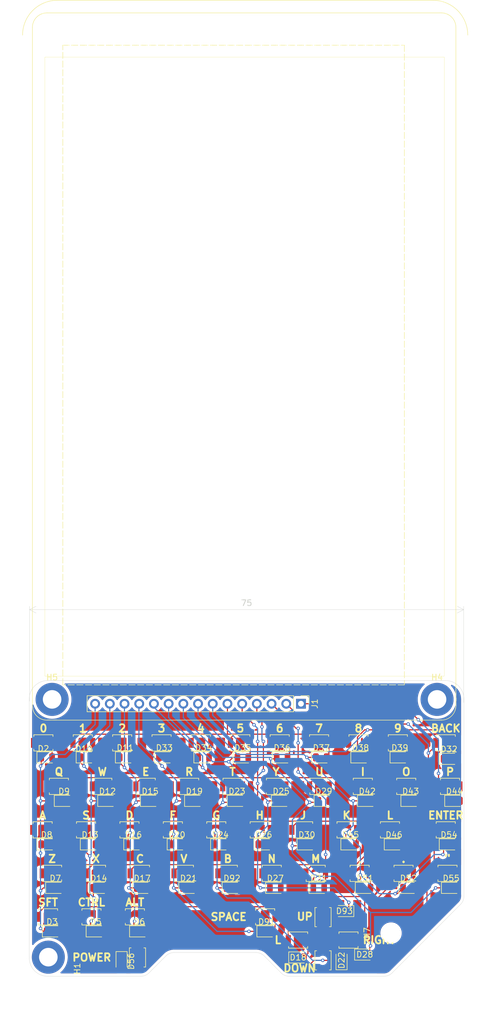
<source format=kicad_pcb>
(kicad_pcb (version 20241229) (generator "pcbnew") (generator_version "9.0")
  (layers (0 "F.Cu" signal) (2 "B.Cu" signal) (13 "F.Paste" user) (15 "B.Paste" user) (5 "F.SilkS" user "F.Silkscreen") (7 "B.SilkS" user "B.Silkscreen") (1 "F.Mask" user) (3 "B.Mask" user) (25 "Edge.Cuts" user))
  (net 0 "")
  (net 1 "COL1")
  (net 2 "Net-(D2-A)")
  (net 3 "Net-(D3-A)")
  (net 4 "Net-(D5-A)")
  (net 5 "COL2")
  (net 6 "Net-(D6-A)")
  (net 7 "Net-(D7-A)")
  (net 8 "Net-(D8-A)")
  (net 9 "Net-(D9-A)")
  (net 10 "Net-(D10-A)")
  (net 11 "COL3")
  (net 12 "Net-(D11-A)")
  (net 13 "Net-(D12-A)")
  (net 14 "Net-(D13-A)")
  (net 15 "Net-(D14-A)")
  (net 16 "Net-(D15-A)")
  (net 17 "COL4")
  (net 18 "Net-(D16-A)")
  (net 19 "Net-(D17-A)")
  (net 20 "Net-(D18-A)")
  (net 21 "COL5")
  (net 22 "Net-(D19-A)")
  (net 23 "Net-(D20-A)")
  (net 24 "Net-(D21-A)")
  (net 25 "Net-(D22-A)")
  (net 26 "Net-(D23-A)")
  (net 27 "COL6")
  (net 28 "Net-(D24-A)")
  (net 29 "Net-(D25-A)")
  (net 30 "COL7")
  (net 31 "Net-(D26-A)")
  (net 32 "Net-(D27-A)")
  (net 33 "COL8")
  (net 34 "Net-(D29-A)")
  (net 35 "Net-(D30-A)")
  (net 36 "Net-(D31-A)")
  (net 37 "Net-(D32-A)")
  (net 38 "Net-(D33-A)")
  (net 39 "Net-(D34-A)")
  (net 40 "Net-(D35-A)")
  (net 41 "Net-(D36-A)")
  (net 42 "Net-(D37-A)")
  (net 43 "Net-(D38-A)")
  (net 44 "Net-(D39-A)")
  (net 45 "Net-(D42-A)")
  (net 46 "Net-(D43-A)")
  (net 47 "Net-(D44-A)")
  (net 48 "Net-(D45-A)")
  (net 49 "Net-(D46-A)")
  (net 50 "Net-(D51-A)")
  (net 51 "Net-(D52-A)")
  (net 52 "Net-(D54-A)")
  (net 53 "Net-(D55-A)")
  (net 54 "Net-(D56-A)")
  (net 55 "Net-(D91-A)")
  (net 56 "Net-(D92-A)")
  (net 57 "Net-(D93-A)")
  (net 58 "ROW1")
  (net 59 "ROW5")
  (net 60 "ROW2")
  (net 61 "ROW3")
  (net 62 "ROW4")
  (net 63 "ROW6")
  (net 64 "COL9")
  (net 65 "Net-(D28-K)")
  (footprint "Diode_SMD:D_0805_2012Metric" (layer "F.Cu") (at 158.479166 81.75)
    (property "Reference" "D36")
    (property "Value" "SS24")
  )
  (footprint "USB4105-GF-A (1):SW_SPST_B3U-1000P_MovedText" (layer "F.Cu") (at 165.549999 109.299999 -90)
    (property "Reference" "SWe88")
    (property "Value" "UP")
  )
  (footprint "Diode_SMD:D_0805_2012Metric" (layer "F.Cu") (at 178.812499 81.75)
    (property "Reference" "D39")
    (property "Value" "SS24")
  )
  (footprint "Diode_SMD:D_0805_2012Metric" (layer "F.Cu") (at 140.312499 96.75)
    (property "Reference" "D20")
    (property "Value" "SS24")
  )
  (footprint "Diode_SMD:D_0805_2012Metric" (layer "F.Cu") (at 180.312499 104.25)
    (property "Reference" "D52")
    (property "Value" "SS24")
  )
  (footprint "Diode_SMD:D_0805_2012Metric" (layer "F.Cu") (at 131.368055 81.75)
    (property "Reference" "D11")
    (property "Value" "SS24")
  )
  (footprint "USB4105-GF-A (1):SW_SPST_B3U-1000P_MovedText" (layer "F.Cu") (at 164.925001 86.75)
    (property "Reference" "SWe14")
    (property "Value" "U")
  )
  (footprint "USB4105-GF-A (1):SW_SPST_B3U-1000P_MovedText" (layer "F.Cu") (at 141.516667 101.75)
    (property "Reference" "SWe64")
    (property "Value" "V")
  )
  (footprint "Diode_SMD:D_0805_2012Metric" (layer "F.Cu") (at 135.687501 89.25)
    (property "Reference" "D15")
    (property "Value" "SS24")
  )
  (footprint "USB4105-GF-A (1):SW_SPST_B3U-1000P_MovedText" (layer "F.Cu") (at 169.950001 113.25)
    (property "Reference" "SWe7")
    (property "Value" "RIGHT")
  )
  (footprint "USB4105-GF-A (1):SW_SPST_B3U-1000P_MovedText" (layer "F.Cu") (at 187.05 101.75)
    (property "Reference" "Sw555")
    (property "Value" "\"")
  )
  (footprint "USB4105-GF-A (1):SW_SPST_B3U-1000P_MovedText" (layer "F.Cu") (at 125.549999 109.25)
    (property "Reference" "SWe12")
    (property "Value" "CTRL")
  )
  (footprint "Connector_PinHeader_2.54mm:PinHeader_1x15_P2.54mm_Vertical" (layer "F.Cu") (at 161.74 72.5 -90)
    (property "Reference" "J1")
    (property "Value" "Conn_01x15_Pin")
  )
  (footprint "USB4105-GF-A (1):SW_SPST_B3U-1000P_MovedText" (layer "F.Cu") (at 161.25 113.25)
    (property "Reference" "SWe13")
    (property "Value" "L")
  )
  (footprint "Diode_SMD:D_0805_2012Metric" (layer "F.Cu") (at 142.312499 104.25)
    (property "Reference" "D21")
    (property "Value" "SS24")
  )
  (footprint "Diode_SMD:D_0805_2012Metric" (layer "F.Cu") (at 155.312499 96.75)
    (property "Reference" "D26")
    (property "Value" "SS24")
  )
  (footprint "Diode_SMD:D_0805_2012Metric" (layer "F.Cu") (at 180.687501 89.25)
    (property "Reference" "D43")
    (property "Value" "SS24")
  )
  (footprint "Diode_SMD:D_0805_2012Metric" (layer "F.Cu") (at 126.812499 104.25)
    (property "Reference" "D14")
    (property "Value" "SS24")
  )
  (footprint "USB4105-GF-A (1):SW_SPST_B3U-1000P_MovedText" (layer "F.Cu") (at 186.75 94.25)
    (property "Reference" "SWe50")
    (property "Value" "ENTER")
  )
  (footprint "MountingHole:MountingHole_3.2mm_M3_ISO7380_Pad" (layer "F.Cu") (at 118.75 71.75)
    (property "Reference" "H5")
    (property "Value" "MountingHole")
  )
  (footprint "Diode_SMD:D_0805_2012Metric" (layer "F.Cu") (at 134.312499 104.25)
    (property "Reference" "D17")
    (property "Value" "SS24")
  )
  (footprint "USB4105-GF-A (1):SW_SPST_B3U-1000P_MovedText" (layer "F.Cu") (at 169.612498 94.25)
    (property "Reference" "SWe38")
    (property "Value" "K")
  )
  (footprint "Diode_SMD:D_0805_2012Metric" (layer "F.Cu") (at 168.75 116.687501 90)
    (property "Reference" "D22")
    (property "Value" "SS24")
  )
  (footprint "Diode_SMD:D_0805_2012Metric" (layer "F.Cu") (at 157.312499 104.25)
    (property "Reference" "D27")
    (property "Value" "SS24")
  )
  (footprint "MountingHole:MountingHole_3.2mm_M3_ISO7380_Pad" (layer "F.Cu") (at 185.25 71.75)
    (property "Reference" "H4")
    (property "Value" "MountingHole")
  )
  (footprint "Diode_SMD:D_0805_2012Metric" (layer "F.Cu") (at 170.312499 96.75)
    (property "Reference" "D45")
    (property "Value" "SS24")
  )
  (footprint "USB4105-GF-A (1):SW_SPST_B3U-1000P_MovedText" (layer "F.Cu") (at 137.658164 79.25)
    (property "Reference" "SWe20")
    (property "Value" "3")
  )
  (footprint "Diode_SMD:D_0805_2012Metric" (layer "F.Cu") (at 187.687501 104.25)
    (property "Reference" "D55")
    (property "Value" "SS24")
  )
  (footprint "USB4105-GF-A (1):SW_SPST_B3U-1000P_MovedText" (layer "F.Cu") (at 144.460885 79.25)
    (property "Reference" "SWe21")
    (property "Value" "4")
  )
  (footprint "USB4105-GF-A (1):SW_SPST_B3U-1000P_MovedText" (layer "F.Cu") (at 147.112498 94.25)
    (property "Reference" "SWe73")
    (property "Value" "G")
  )
  (footprint "USB4105-GF-A (1):SW_SPST_B3U-1000P_MovedText" (layer "F.Cu") (at 132.112498 94.25)
    (property "Reference" "SWe53")
    (property "Value" "D")
  )
  (footprint "USB4105-GF-A (1):SW_SPST_B3U-1000P_MovedText" (layer "F.Cu") (at 149.105556 101.75)
    (property "Reference" "SWe87")
    (property "Value" "B")
  )
  (footprint "USB4105-GF-A (1):SW_SPST_B3U-1000P_MovedText" (layer "F.Cu") (at 165.549999 116.75 90)
    (property "Reference" "SWe2")
    (property "Value" "DOWN")
  )
  (footprint "Diode_SMD:D_0805_2012Metric" (layer "F.Cu") (at 117.812499 96.75)
    (property "Reference" "D8")
    (property "Value" "SS24")
  )
  (footprint "MountingHole:MountingHole_3.2mm_M3_ISO7380_Pad" (layer "F.Cu") (at 118.1 116.2 90)
    (property "Reference" "H1")
    (property "Value" "MountingHole")
  )
  (footprint "USB4105-GF-A (1):SW_SPST_B3U-1000P_MovedText" (layer "F.Cu") (at 117.112498 94.25)
    (property "Reference" "SWe33")
    (property "Value" "A")
  )
  (footprint "Diode_SMD:D_0805_2012Metric" (layer "F.Cu") (at 132.812499 96.75)
    (property "Reference" "D16")
    (property "Value" "SS24")
  )
  (footprint "USB4105-GF-A (1):SW_SPST_B3U-1000P_MovedText" (layer "F.Cu") (at 142.425001 86.75)
    (property "Reference" "SWe62")
    (property "Value" "R")
  )
  (footprint "USB4105-GF-A (1):SW_SPST_B3U-1000P_MovedText" (layer "F.Cu") (at 171.67177 79.25)
    (property "Reference" "SWe28")
    (property "Value" "8")
  )
  (footprint "USB4105-GF-A (1):SW_SPST_B3U-1000P_MovedText" (layer "F.Cu") (at 164.869049 79.25)
    (property "Reference" "SWe27")
    (property "Value" "7")
  )
  (footprint "USB4105-GF-A (1):SW_SPST_B3U-1000P_MovedText" (layer "F.Cu") (at 178.474491 79.25)
    (property "Reference" "SWe29")
    (property "Value" "9")
  )
  (footprint "USB4105-GF-A (1):SW_SPST_B3U-1000P_MovedText" (layer "F.Cu") (at 118.75 101.75)
    (property "Reference" "SWe34")
    (property "Value" "Z")
  )
  (footprint "Diode_SMD:D_0805_2012Metric" (layer "F.Cu") (at 158.312499 89.25)
    (property "Reference" "D25")
    (property "Value" "SS24")
  )
  (footprint "Diode_SMD:D_0805_2012Metric" (layer "F.Cu") (at 118.75 111.75)
    (property "Reference" "D3")
    (property "Value" "SS24")
  )
  (footprint "Diode_SMD:D_0805_2012Metric" (layer "F.Cu") (at 155.812499 111.75)
    (property "Reference" "D91")
    (property "Value" "SS24")
  )
  (footprint "USB4105-GF-A (1):SW_SPST_B3U-1000P_MovedText" (layer "F.Cu") (at 157.425001 86.75)
    (property "Reference" "SWe4")
    (property "Value" "Y")
  )
  (footprint "Diode_SMD:D_0805_2012Metric" (layer "F.Cu") (at 130.75 116.92167 -90)
    (property "Reference" "D56")
    (property "Value" "SS24")
  )
  (footprint "USB4105-GF-A (1):SW_SPST_B3U-1000P_MovedText" (layer "F.Cu") (at 158.066327 79.25)
    (property "Reference" "SWe26")
    (property "Value" "6")
  )
  (footprint "Diode_SMD:D_0805_2012Metric" (layer "F.Cu") (at 161.312499 116.25)
    (property "Reference" "D18")
    (property "Value" "SS24")
  )
  (footprint "USB4105-GF-A (1):SW_SPST_B3U-1000P_MovedText" (layer "F.Cu") (at 139.612498 94.25)
    (property "Reference" "SWe63")
    (property "Value" "F")
  )
  (footprint "USB4105-GF-A (1):SW_SPST_B3U-1000P_MovedText" (layer "F.Cu") (at 126.338889 101.75)
    (property "Reference" "SWe44")
    (property "Value" "X")
  )
  (footprint "Diode_SMD:D_0805_2012Metric" (layer "F.Cu") (at 150.687501 89.25)
    (property "Reference" "D23")
    (property "Value" "SS24")
  )
  (footprint "USB4105-GF-A (1):SW_SPST_B3U-1000P_MovedText" (layer "F.Cu") (at 162.112498 94.25)
    (property "Reference" "SWe15")
    (property "Value" "J")
  )
  (footprint "USB4105-GF-A (1):SW_SPST_B3U-1000P_MovedText" (layer "F.Cu") (at 127.425001 86.75)
    (property "Reference" "SWe42")
    (property "Value" "W")
  )
  (footprint "USB4105-GF-A (1):SW_SPST_B3U-1000P_MovedText" (layer "F.Cu") (at 151.263606 79.25)
    (property "Reference" "SWe25")
    (property "Value" "5")
  )
  (footprint "Diode_SMD:D_0805_2012Metric" (layer "F.Cu") (at 149.8125 104.25)
    (property "Reference" "D92")
    (property "Value" "SS24")
  )
  (footprint "Diode_SMD:D_0805_2012Metric" (layer "F.Cu") (at 126.312499 111.75)
    (property "Reference" "D5")
    (property "Value" "SS24")
  )
  (footprint "Diode_SMD:D_0805_2012Metric" (layer "F.Cu") (at 147.812499 96.75)
    (property "Reference" "D24")
    (property "Value" "SS24")
  )
  (footprint "Diode_SMD:D_0805_2012Metric" (layer "F.Cu") (at 169.187501 108.25 180)
    (property "Reference" "D93")
    (property "Value" "SS24")
  )
  (footprint "USB4105-GF-A (1):SW_SPST_B3U-1000P_MovedText" (layer "F.Cu") (at 134.925001 86.75)
    (property "Reference" "SWe52")
    (property "Value" "E")
  )
  (footprint "USB4105-GF-A (1):SW_SPST_B3U-1000P_MovedText" (layer "F.Cu") (at 133.049999 109.25)
    (property "Reference" "SWe3")
    (property "Value" "ALT")
  )
  (footprint "Diode_SMD:D_0805_2012Metric" (layer "F.Cu") (at 187.312499 82)
    (property "Reference" "D32")
    (property "Value" "SS24")
  )
  (footprint "Diode_SMD:D_0805_2012Metric" (layer "F.Cu") (at 172.034721 81.75)
    (property "Reference" "D38")
    (property "Value" "SS24")
  )
  (footprint "Diode_SMD:D_0805_2012Metric" (layer "F.Cu") (at 125.312499 96.75)
    (property "Reference" "D13")
    (property "Value" "SS24")
  )
  (footprint "USB4105-GF-A (1):SW_SPST_B3U-1000P_MovedText" (layer "F.Cu") (at 179.461111 101.75)
    (property "Reference" "SWe48")
    (property "Value" ".")
  )
  (footprint "Diode_SMD:D_0805_2012Metric" (layer "F.Cu") (at 162.75 96.75)
    (property "Reference" "D30")
    (property "Value" "SS24")
  )
  (footprint "Diode_SMD:D_0805_2012Metric" (layer "F.Cu") (at 120.812499 89.25)
    (property "Reference" "D9")
    (property "Value" "SS24")
  )
  (footprint "Diode_SMD:D_0805_2012Metric" (layer "F.Cu") (at 144.92361 81.75)
    (property "Reference" "D34")
    (property "Value" "SS24")
  )
  (footprint "Diode_SMD:D_0805_2012Metric" (layer "F.Cu") (at 124.590277 81.75)
    (property "Reference" "D10")
    (property "Value" "SS24")
  )
  (footprint "USB4105-GF-A (1):SW_SPST_B3U-1000P_MovedText" (layer "F.Cu") (at 133.5 116.25 -90)
    (property "Reference" "SWe55")
    (property "Value" "POWER")
  )
  (footprint "USB4105-GF-A (1):SW_SPST_B3U-1000P_MovedText" (layer "F.Cu") (at 133.927778 101.75)
    (property "Reference" "SWe54")
    (property "Value" "C")
  )
  (footprint "Diode_SMD:D_0805_2012Metric" (layer "F.Cu") (at 133.812499 111.75)
    (property "Reference" "D6")
    (property "Value" "SS24")
  )
  (footprint "USB4105-GF-A (1):SW_SPST_B3U-1000P_MovedText" (layer "F.Cu") (at 177.112498 94.25)
    (property "Reference" "SWe39")
    (property "Value" "L")
  )
  (footprint "USB4105-GF-A (1):SW_SPST_B3U-1000P_MovedText" (layer "F.Cu") (at 149.925001 86.75)
    (property "Reference" "SWe72")
    (property "Value" "T")
  )
  (footprint "USB4105-GF-A (1):SW_SPST_B3U-1000P_MovedText" (layer "F.Cu") (at 164.283333 101.75)
    (property "Reference" "SWe16")
    (property "Value" "M")
  )
  (footprint "Diode_SMD:D_0805_2012Metric" (layer "F.Cu") (at 151.701388 81.75)
    (property "Reference" "D35")
    (property "Value" "SS24")
  )
  (footprint "USB4105-GF-A (1):SW_SPST_B3U-1000P_MovedText" (layer "F.Cu") (at 171.872222 101.75)
    (property "Reference" "SWe47")
    (property "Value" ",")
  )
  (footprint "USB4105-GF-A (1):SW_SPST_B3U-1000P_MovedText" (layer "F.Cu") (at 155.549999 109.25)
    (property "Reference" "SWe86")
    (property "Value" "SPACE")
  )
  (footprint "Diode_SMD:D_0805_2012Metric" (layer "F.Cu") (at 172.687501 115.75)
    (property "Reference" "D28")
    (property "Value" "SS24")
  )
  (footprint "USB4105-GF-A (1):SW_SPST_B3U-1000P_MovedText" (layer "F.Cu") (at 154.612498 94.25)
    (property "Reference" "SWe5")
    (property "Value" "H")
  )
  (footprint "Diode_SMD:D_0805_2012Metric" (layer "F.Cu") (at 173.187501 89.25)
    (property "Reference" "D42")
    (property "Value" "SS24")
  )
  (footprint "Diode_SMD:D_0805_2012Metric" (layer "F.Cu") (at 117.812499 81.75)
    (property "Reference" "D2")
    (property "Value" "SS24")
  )
  (footprint "Diode_SMD:D_0805_2012Metric" (layer "F.Cu") (at 188.25 89.25)
    (property "Reference" "D44")
    (property "Value" "SS24")
  )
  (footprint "Diode_SMD:D_0805_2012Metric" (layer "F.Cu") (at 143.312499 89.25)
    (property "Reference" "D19")
    (property "Value" "SS24")
  )
  (footprint "USB4105-GF-A (1):SW_SPST_B3U-1000P_MovedText" (layer "F.Cu") (at 117.25 79.25)
    (property "Reference" "ESC1")
    (property "Value" "0")
  )
  (footprint "USB4105-GF-A (1):SW_SPST_B3U-1000P_MovedText" (layer "F.Cu") (at 172.425001 86.75)
    (property "Reference" "SWe35")
    (property "Value" "I")
  )
  (footprint "Diode_SMD:D_0805_2012Metric" (layer "F.Cu") (at 165.687501 89.25)
    (property "Reference" "D29")
    (property "Value" "SS24")
  )
  (footprint "USB4105-GF-A (1):SW_SPST_B3U-1000P_MovedText" (layer "F.Cu") (at 119.925001 86.75)
    (property "Reference" "SWe32")
    (property "Value" "Q")
  )
  (footprint "Diode_SMD:D_0805_2012Metric" (layer "F.Cu") (at 164.812499 104.25)
    (property "Reference" "D31")
    (property "Value" "SS24")
  )
  (footprint "USB4105-GF-A (1):SW_SPST_B3U-1000P_MovedText" (layer "F.Cu") (at 124.052721 79.25)
    (property "Reference" "SWe8")
    (property "Value" "1")
  )
  (footprint "USB4105-GF-A (1):SW_SPST_B3U-1000P_MovedText" (layer "F.Cu") (at 156.694444 101.75)
    (property "Reference" "SWe6")
    (property "Value" "N")
  )
  (footprint "Diode_SMD:D_0805_2012Metric" (layer "F.Cu") (at 119.312499 104.25)
    (property "Reference" "D7")
    (property "Value" "SS24")
  )
  (footprint "USB4105-GF-A (1):SW_SPST_B3U-1000P_MovedText" (layer "F.Cu") (at 124.612498 94.25)
    (property "Reference" "SWe43")
    (property "Value" "S")
  )
  (footprint "Diode_SMD:D_0805_2012Metric" (layer "F.Cu") (at 172.812499 104.25)
    (property "Reference" "D51")
    (property "Value" "SS24")
  )
  (footprint "USB4105-GF-A (1):SW_SPST_B3U-1000P_MovedText" (layer "F.Cu") (at 187.4875 86.75)
    (property "Reference" "SWe37")
    (property "Value" "P")
  )
  (footprint "MountingHole:MountingHole_3.2mm_M3" (layer "F.Cu") (at 177.3 112.05 90)
    (property "Reference" "H7")
    (property "Value" "MountingHole")
  )
  (footprint "USB4105-GF-A (1):SW_SPST_B3U-1000P_MovedText" (layer "F.Cu") (at 186.75 79.25)
    (property "Reference" "SWe17")
    (property "Value" "BACK")
  )
  (footprint "Diode_SMD:D_0805_2012Metric" (layer "F.Cu") (at 187.312499 96.75)
    (property "Reference" "D54")
    (property "Value" "SS24")
  )
  (footprint "USB4105-GF-A (1):SW_SPST_B3U-1000P_MovedText" (layer "F.Cu") (at 179.925001 86.75)
    (property "Reference" "SWe36")
    (property "Value" "O")
  )
  (footprint "Diode_SMD:D_0805_2012Metric" (layer "F.Cu") (at 138.145832 81.75)
    (property "Reference" "D33")
    (property "Value" "SS24")
  )
  (footprint "USB4105-GF-A (1):SW_SPST_B3U-1000P_MovedText" (layer "F.Cu") (at 118.049999 109.25)
    (property "Reference" "SWe24")
    (property "Value" "SFT")
  )
  (footprint "Diode_SMD:D_0805_2012Metric" (layer "F.Cu") (at 128.312499 89.25)
    (property "Reference" "D12")
    (property "Value" "SS24")
  )
  (footprint "Diode_SMD:D_0805_2012Metric" (layer "F.Cu") (at 177.812499 96.75)
    (property "Reference" "D46")
    (property "Value" "SS24")
  )
  (footprint "Diode_SMD:D_0805_2012Metric" (layer "F.Cu") (at 165.256943 81.75)
    (property "Reference" "D37")
    (property "Value" "SS24")
  )
  (footprint "USB4105-GF-A (1):SW_SPST_B3U-1000P_MovedText" (layer "F.Cu") (at 130.855442 79.25)
    (property "Reference" "SWe18")
    (property "Value" "2")
  )
  (gr_rect (start 120.6 -41.05) (end 179.6 69.25) (stroke (width 0.1) (type dash)) (fill no) (layer "F.SilkS"))
  (gr_line (start 186 -46.625) (end 117.85 -46.625) (stroke (width 0.1)) (layer "F.SilkS"))
  (gr_arc (start 186 -46.625) (mid 187.767767 -45.892767) (end 188.5 -44.125) (stroke (width 0.1)) (layer "F.SilkS"))
  (gr_line (start 188.5 72.825) (end 188.5 -44.125) (stroke (width 0.1)) (layer "F.SilkS"))
  (gr_line (start 119.65 -48.8) (end 184.55 -48.8) (stroke (width 0.1)) (layer "F.SilkS"))
  (gr_rect (start 117.5 -39) (end 186.5 67.75) (stroke (width 0.05)) (fill no) (layer "F.SilkS"))
  (gr_line (start 117.85 75.325) (end 186 75.325) (stroke (width 0.1)) (layer "F.SilkS"))
  (gr_arc (start 117.85 75.325) (mid 116.082233 74.592767) (end 115.35 72.825) (stroke (width 0.1)) (layer "F.SilkS"))
  (gr_line (start 115.35 -44.125) (end 115.35 72.825) (stroke (width 0.1)) (layer "F.SilkS"))
  (gr_arc (start 188.5 72.825) (mid 187.767767 74.592767) (end 186 75.325) (stroke (width 0.1)) (layer "F.SilkS"))
  (gr_arc (start 115.35 -44.125) (mid 116.082233 -45.892767) (end 117.85 -46.625) (stroke (width 0.1)) (layer "F.SilkS"))
  (gr_arc (start 113.65 -42.8) (mid 115.407359 -47.042641) (end 119.65 -48.8) (stroke (width 0.1)) (layer "F.SilkS"))
  (gr_arc (start 184.55 -48.8) (mid 188.792641 -47.042641) (end 190.55 -42.8) (stroke (width 0.1)) (layer "F.SilkS"))
  (gr_arc (start 135.485786 118.914214) (mid 134.836938 119.34775) (end 134.071573 119.5) (stroke (width 0.05)) (layer "Edge.Cuts"))
  (gr_line (start 114.8 116.3) (end 114.8 71.7) (stroke (width 0.05)) (layer "Edge.Cuts"))
  (gr_arc (start 114.8 71.7) (mid 115.737258 69.437258) (end 118 68.5) (stroke (width 0.05)) (layer "Edge.Cuts"))
  (gr_line (start 138.414213 115.985787) (end 135.485786 118.914214) (stroke (width 0.05)) (layer "Edge.Cuts"))
  (gr_arc (start 189.9 105.671573) (mid 189.747768 106.436946) (end 189.314213 107.085787) (stroke (width 0.05)) (layer "Edge.Cuts"))
  (gr_line (start 118 68.5) (end 186.7 68.5) (stroke (width 0.05)) (layer "Edge.Cuts"))
  (gr_line (start 134.071573 119.5) (end 118 119.5) (stroke (width 0.05)) (layer "Edge.Cuts"))
  (gr_arc (start 153.971573 115.4) (mid 154.736945 115.552232) (end 155.385786 115.985786) (stroke (width 0.05)) (layer "Edge.Cuts"))
  (gr_arc (start 177.485786 118.914214) (mid 176.83694 119.347759) (end 176.071573 119.5) (stroke (width 0.05)) (layer "Edge.Cuts"))
  (gr_line (start 189.314213 107.085787) (end 177.485786 118.914214) (stroke (width 0.05)) (layer "Edge.Cuts"))
  (gr_arc (start 186.7 68.5) (mid 188.962742 69.437258) (end 189.9 71.7) (stroke (width 0.05)) (layer "Edge.Cuts"))
  (gr_line (start 153.971573 115.4) (end 139.828427 115.4) (stroke (width 0.05)) (layer "Edge.Cuts"))
  (gr_arc (start 138.414213 115.985787) (mid 139.06306 115.552241) (end 139.828427 115.4) (stroke (width 0.05)) (layer "Edge.Cuts"))
  (gr_line (start 176.071573 119.5) (end 159.728427 119.5) (stroke (width 0.05)) (layer "Edge.Cuts"))
  (gr_arc (start 118 119.5) (mid 115.737258 118.562742) (end 114.8 116.3) (stroke (width 0.05)) (layer "Edge.Cuts"))
  (gr_arc (start 159.728427 119.5) (mid 158.963054 119.347768) (end 158.314213 118.914213) (stroke (width 0.05)) (layer "Edge.Cuts"))
  (gr_line (start 158.314213 118.914213) (end 155.385786 115.985786) (stroke (width 0.05)) (layer "Edge.Cuts"))
  (gr_line (start 189.9 71.7) (end 189.9 105.671573) (stroke (width 0.05)) (layer "Edge.Cuts"))
  (dimension (type orthogonal) (layer "Edge.Cuts") (pts (xy 189.85 72.8) (xy 114.85 72.55)) (height -16.525) (orientation 0) (format (prefix "") (suffix "") (units 3) (units_format 0) (precision 4) (suppress_zeroes yes)) (style (thickness 0.05) (arrow_length 1.27) (text_position_mode 0) (arrow_direction outward) (extension_height 0.58642) (extension_offset 0.5) (keep_text_aligned yes)) (gr_text "75" (at 152.35 55.125 0) (layer "Edge.Cuts") (effects (font (size 1 1) (thickness 0.15)))))
  (segment (start 116.874998 96.75) (end 116.75 96.874998) (width 0.2) (layer "F.Cu") (net 1))
  (segment (start 119.874998 89.25) (end 116.75 89.25) (width 0.2) (layer "F.Cu") (net 1))
  (segment (start 117.812499 111.75) (end 117.25 111.75) (width 0.2) (layer "F.Cu") (net 1))
  (segment (start 118.374998 104.25) (end 117.25 104.25) (width 0.2) (layer "F.Cu") (net 1))
  (segment (start 116.874998 81.75) (end 116.874998 83.125002) (width 0.2) (layer "F.Cu") (net 1))
  (segment (start 116.75 96.874998) (end 116.75 98.25) (width 0.2) (layer "F.Cu") (net 1))
  (segment (start 116.874998 83.125002) (end 116.75 83.25) (width 0.2) (layer "F.Cu") (net 1))
  (segment (start 117.25 111.75) (end 116.75 111.25) (width 0.2) (layer "F.Cu") (net 1))
  (segment (start 117.25 104.25) (end 116.75 104.75) (width 0.2) (layer "F.Cu") (net 1))
  (via (at 116.75 89.25) (size 0.6) (drill 0.3) (layers "F.Cu" "B.Cu") (net 1))
  (via (at 116.75 83.25) (size 0.6) (drill 0.3) (layers "F.Cu" "B.Cu") (net 1))
  (via (at 116.75 98.25) (size 0.6) (drill 0.3) (layers "F.Cu" "B.Cu") (net 1))
  (via (at 116.75 111.25) (size 0.6) (drill 0.3) (layers "F.Cu" "B.Cu") (net 1))
  (via (at 116.75 104.75) (size 0.6) (drill 0.3) (layers "F.Cu" "B.Cu") (net 1))
  (segment (start 118.75 81.25) (end 121 81.25) (width 0.2) (layer "B.Cu") (net 1))
  (segment (start 116.75 83.25) (end 116.75 111.25) (width 0.2) (layer "B.Cu") (net 1))
  (segment (start 126.18 76.07) (end 126.18 72.5) (width 0.2) (layer "B.Cu") (net 1))
  (segment (start 116.75 83.25) (end 118.75 81.25) (width 0.2) (layer "B.Cu") (net 1))
  (segment (start 121 81.25) (end 126.18 76.07) (width 0.2) (layer "B.Cu") (net 1))
  (segment (start 118.75 81.75) (end 118.75 79.45) (width 0.2) (layer "F.Cu") (net 2))
  (segment (start 118.75 79.45) (end 118.95 79.25) (width 0.2) (layer "F.Cu") (net 2))
  (segment (start 119.687501 109.312498) (end 119.749999 109.25) (width 0.2) (layer "F.Cu") (net 3))
  (segment (start 119.687501 111.75) (end 119.687501 109.312498) (width 0.2) (layer "F.Cu") (net 3))
  (segment (start 127.249999 111.749999) (end 127.25 111.75) (width 0.2) (layer "F.Cu") (net 4))
  (segment (start 127.249999 109.25) (end 127.249999 111.749999) (width 0.2) (layer "F.Cu") (net 4))
  (segment (start 125.374998 110.125002) (end 125.5 110) (width 0.2) (layer "F.Cu") (net 5))
  (segment (start 125.874998 105.874998) (end 126 106) (width 0.2) (layer "F.Cu") (net 5))
  (segment (start 123.652776 82.652776) (end 124.25 83.25) (width 0.2) (layer "F.Cu") (net 5))
  (segment (start 125.874998 104.25) (end 125.874998 105.874998) (width 0.2) (layer "F.Cu") (net 5))
  (segment (start 125.374998 111.75) (end 125.374998 110.125002) (width 0.2) (layer "F.Cu") (net 5))
  (segment (start 123.652776 81.75) (end 123.652776 82.652776) (width 0.2) (layer "F.Cu") (net 5))
  (segment (start 124.374998 96.75) (end 124.374998 97.874998) (width 0.2) (layer "F.Cu") (net 5))
  (segment (start 127.374998 89.25) (end 125.5 89.25) (width 0.2) (layer "F.Cu") (net 5))
  (segment (start 124.374998 97.874998) (end 125.25 98.75) (width 0.2) (layer "F.Cu") (net 5))
  (via (at 126 106) (size 0.6) (drill 0.3) (layers "F.Cu" "B.Cu") (net 5))
  (via (at 124.25 83.25) (size 0.6) (drill 0.3) (layers "F.Cu" "B.Cu") (net 5))
  (via (at 125.5 89.25) (size 0.6) (drill 0.3) (layers "F.Cu" "B.Cu") (net 5))
  (via (at 125.25 98.75) (size 0.6) (drill 0.3) (layers "F.Cu" "B.Cu") (net 5))
  (via (at 125.5 110) (size 0.6) (drill 0.3) (layers "F.Cu" "B.Cu") (net 5))
  (segment (start 125.25 105.25) (end 126 106) (width 0.2) (layer "B.Cu") (net 5))
  (segment (start 125.5 98.5) (end 125.25 98.75) (width 0.2) (layer "B.Cu") (net 5))
  (segment (start 128.72 76.28) (end 128.72 72.5) (width 0.2) (layer "B.Cu") (net 5))
  (segment (start 124.25 83.25) (end 124.25 80.75) (width 0.2) (layer "B.Cu") (net 5))
  (segment (start 126 106) (end 126 109.5) (width 0.2) (layer "B.Cu") (net 5))
  (segment (start 125.5 84.5) (end 125.5 89.25) (width 0.2) (layer "B.Cu") (net 5))
  (segment (start 124.25 83.25) (end 125.5 84.5) (width 0.2) (layer "B.Cu") (net 5))
  (segment (start 125.25 98.75) (end 125.25 105.25) (width 0.2) (layer "B.Cu") (net 5))
  (segment (start 125.5 89.25) (end 125.5 98.5) (width 0.2) (layer "B.Cu") (net 5))
  (segment (start 126 109.5) (end 125.5 110) (width 0.2) (layer "B.Cu") (net 5))
  (segment (start 124.25 80.75) (end 128.72 76.28) (width 0.2) (layer "B.Cu") (net 5))
  (segment (start 134.75 111.75) (end 134.75 109.250001) (width 0.2) (layer "F.Cu") (net 6))
  (segment (start 134.75 109.250001) (end 134.749999 109.25) (width 0.2) (layer "F.Cu") (net 6))
  (segment (start 120.45 101.75) (end 120.45 104.05) (width 0.2) (layer "F.Cu") (net 7))
  (segment (start 120.45 104.05) (end 120.25 104.25) (width 0.2) (layer "F.Cu") (net 7))
  (segment (start 119.14191 96.35809) (end 118.75 96.75) (width 0.2) (layer "F.Cu") (net 8))
  (segment (start 119.14191 94.25) (end 119.14191 96.35809) (width 0.2) (layer "F.Cu") (net 8))
  (segment (start 121.75 86.874999) (end 121.625001 86.75) (width 0.2) (layer "F.Cu") (net 9))
  (segment (start 121.75 89.25) (end 121.75 86.874999) (width 0.2) (layer "F.Cu") (net 9))
  (segment (start 125.527778 81.75) (end 125.527778 79.474943) (width 0.2) (layer "F.Cu") (net 10))
  (segment (start 125.527778 79.474943) (end 125.752721 79.25) (width 0.2) (layer "F.Cu") (net 10))
  (segment (start 130.75 113.874998) (end 132.874998 111.75) (width 0.2) (layer "F.Cu") (net 11))
  (segment (start 131.874998 96.75) (end 131.874998 95.125002) (width 0.2) (layer "F.Cu") (net 11))
  (segment (start 132.874998 111.75) (end 132.874998 110.125002) (width 0.2) (layer "F.Cu") (net 11))
  (segment (start 130.430554 81.75) (end 130.430554 82.680554) (width 0.2) (layer "F.Cu") (net 11))
  (segment (start 130.430554 82.680554) (end 131.25 83.5) (width 0.2) (layer "F.Cu") (net 11))
  (segment (start 132.874998 110.125002) (end 133 110) (width 0.2) (layer "F.Cu") (net 11))
  (segment (start 133.374998 104.25) (end 132 104.25) (width 0.2) (layer "F.Cu") (net 11))
  (segment (start 131.874998 95.125002) (end 132.25 94.75) (width 0.2) (layer "F.Cu") (net 11))
  (segment (start 130.75 116) (end 130.75 113.874998) (width 0.2) (layer "F.Cu") (net 11))
  (segment (start 133.5 89.25) (end 133.25 89.5) (width 0.2) (layer "F.Cu") (net 11))
  (segment (start 134.75 89.25) (end 133.5 89.25) (width 0.2) (layer "F.Cu") (net 11))
  (via (at 131.25 83.5) (size 0.6) (drill 0.3) (layers "F.Cu" "B.Cu") (net 11))
  (via (at 133 110) (size 0.6) (drill 0.3) (layers "F.Cu" "B.Cu") (net 11))
  (via (at 132 104.25) (size 0.6) (drill 0.3) (layers "F.Cu" "B.Cu") (net 11))
  (via (at 133.25 89.5) (size 0.6) (drill 0.3) (layers "F.Cu" "B.Cu") (net 11))
  (via (at 132.25 94.75) (size 0.6) (drill 0.3) (layers "F.Cu" "B.Cu") (net 11))
  (segment (start 133.25 85.5) (end 133.25 89.5) (width 0.2) (layer "B.Cu") (net 11))
  (segment (start 132.25 90.5) (end 132.25 94.75) (width 0.2) (layer "B.Cu") (net 11))
  (segment (start 133 105.25) (end 133 110) (width 0.2) (layer "B.Cu") (net 11))
  (segment (start 133.25 89.5) (end 132.25 90.5) (width 0.2) (layer "B.Cu") (net 11))
  (segment (start 132.25 104) (end 132 104.25) (width 0.2) (layer "B.Cu") (net 11))
  (segment (start 131.25 83.5) (end 133.25 85.5) (width 0.2) (layer "B.Cu") (net 11))
  (segment (start 132 104.25) (end 133 105.25) (width 0.2) (layer "B.Cu") (net 11))
  (segment (start 131.25 83.5) (end 131.25 72.51) (width 0.2) (layer "B.Cu") (net 11))
  (segment (start 131.25 72.51) (end 131.26 72.5) (width 0.2) (layer "B.Cu") (net 11))
  (segment (start 132.25 94.75) (end 132.25 104) (width 0.2) (layer "B.Cu") (net 11))
  (segment (start 132.555442 81.500114) (end 132.305556 81.75) (width 0.2) (layer "F.Cu") (net 12))
  (segment (start 132.555442 79.25) (end 132.555442 81.500114) (width 0.2) (layer "F.Cu") (net 12))
  (segment (start 129.25 86.874999) (end 129.125001 86.75) (width 0.2) (layer "F.Cu") (net 13))
  (segment (start 129.25 89.25) (end 129.25 86.874999) (width 0.2) (layer "F.Cu") (net 13))
  (segment (start 126.600733 96.399267) (end 126.600733 94.25) (width 0.2) (layer "F.Cu") (net 14))
  (segment (start 126.25 96.75) (end 126.600733 96.399267) (width 0.2) (layer "F.Cu") (net 14))
  (segment (start 128.038889 103.961111) (end 127.75 104.25) (width 0.2) (layer "F.Cu") (net 15))
  (segment (start 128.038889 101.75) (end 128.038889 103.961111) (width 0.2) (layer "F.Cu") (net 15))
  (segment (start 136.625001 89.249999) (end 136.625002 89.25) (width 0.2) (layer "F.Cu") (net 16))
  (segment (start 136.625001 86.75) (end 136.625001 89.249999) (width 0.2) (layer "F.Cu") (net 16))
  (segment (start 137.208331 81.75) (end 137.208331 82.708331) (width 0.2) (layer "F.Cu") (net 17))
  (segment (start 152.75 111.75) (end 154.874998 111.75) (width 0.2) (layer "F.Cu") (net 17))
  (segment (start 141.374998 104.25) (end 139.75 104.25) (width 0.2) (layer "F.Cu") (net 17))
  (segment (start 137.208331 82.708331) (end 137.75 83.25) (width 0.2) (layer "F.Cu") (net 17))
  (segment (start 139.374998 96.75) (end 139.374998 95.375002) (width 0.2) (layer "F.Cu") (net 17))
  (segment (start 142.374998 89.25) (end 140.25 89.25) (width 0.2) (layer "F.Cu") (net 17))
  (segment (start 139.374998 95.375002) (end 139.75 95) (width 0.2) (layer "F.Cu") (net 17))
  (via (at 137.75 83.25) (size 0.6) (drill 0.3) (layers "F.Cu" "B.Cu") (net 17))
  (via (at 140.25 89.25) (size 0.6) (drill 0.3) (layers "F.Cu" "B.Cu") (net 17))
  (via (at 139.75 95) (size 0.6) (drill 0.3) (layers "F.Cu" "B.Cu") (net 17))
  (via (at 152.75 111.75) (size 0.6) (drill 0.3) (layers "F.Cu" "B.Cu") (net 17))
  (via (at 139.75 104.25) (size 0.6) (drill 0.3) (layers "F.Cu" "B.Cu") (net 17))
  (segment (start 139.75 95) (end 139.75 89.75) (width 0.2) (layer "B.Cu") (net 17))
  (segment (start 147.25 111.75) (end 152.75 111.75) (width 0.2) (layer "B.Cu") (net 17))
  (segment (start 139.75 104.25) (end 147.25 111.75) (width 0.2) (layer "B.Cu") (net 17))
  (segment (start 137.75 83.25) (end 137.75 83.125) (width 0.2) (layer "B.Cu") (net 17))
  (segment (start 139.75 104.25) (end 139.75 95) (width 0.2) (layer "B.Cu") (net 17))
  (segment (start 133.75 79.125) (end 133.75 72.550001) (width 0.2) (layer "B.Cu") (net 17))
  (segment (start 140.25 85.75) (end 137.75 83.25) (width 0.2) (layer "B.Cu") (net 17))
  (segment (start 139.75 89.75) (end 140.25 89.25) (width 0.2) (layer "B.Cu") (net 17))
  (segment (start 137.75 83.125) (end 133.75 79.125) (width 0.2) (layer "B.Cu") (net 17))
  (segment (start 133.75 72.550001) (end 133.800001 72.5) (width 0.2) (layer "B.Cu") (net 17))
  (segment (start 140.25 89.25) (end 140.25 85.75) (width 0.2) (layer "B.Cu") (net 17))
  (segment (start 134.059557 94.25) (end 134.059557 96.440443) (width 0.2) (layer "F.Cu") (net 18))
  (segment (start 134.059557 96.440443) (end 133.75 96.75) (width 0.2) (layer "F.Cu") (net 18))
  (segment (start 135.627778 103.872222) (end 135.25 104.25) (width 0.2) (layer "F.Cu") (net 19))
  (segment (start 135.627778 101.75) (end 135.627778 103.872222) (width 0.2) (layer "F.Cu") (net 19))
  (segment (start 162.95 115.55) (end 162.25 116.25) (width 0.2) (layer "F.Cu") (net 20))
  (segment (start 162.95 113.25) (end 162.95 115.55) (width 0.2) (layer "F.Cu") (net 20))
  (segment (start 167.625002 117.625002) (end 168.75 117.625002) (width 0.2) (layer "F.Cu") (net 21))
  (segment (start 146.874998 94.875002) (end 147 94.75) (width 0.2) (layer "F.Cu") (net 21))
  (segment (start 146.874998 96.75) (end 146.874998 94.875002) (width 0.2) (layer "F.Cu") (net 21))
  (segment (start 161 118) (end 160.374998 117.374998) (width 0.2) (layer "F.Cu") (net 21))
  (segment (start 148.25 89.5) (end 149.5 89.5) (width 0.2) (layer "F.Cu") (net 21))
  (segment (start 165.5 116.75) (end 166.75 116.75) (width 0.2) (layer "F.Cu") (net 21))
  (segment (start 149.5 89.5) (end 149.75 89.25) (width 0.2) (layer "F.Cu") (net 21))
  (segment (start 160.374998 117.374998) (end 160.374998 116.25) (width 0.2) (layer "F.Cu") (net 21))
  (segment (start 166.75 116.75) (end 167.625002 117.625002) (width 0.2) (layer "F.Cu") (net 21))
  (segment (start 162.75 118) (end 161 118) (width 0.2) (layer "F.Cu") (net 21))
  (segment (start 162.75 118) (end 163.25 117.5) (width 0.2) (layer "F.Cu") (net 21))
  (segment (start 164 116.75) (end 162.75 118) (width 0.2) (layer "F.Cu") (net 21))
  (segment (start 165.5 116.75) (end 164 116.75) (width 0.2) (layer "F.Cu") (net 21))
  (segment (start 143.986109 82.736109) (end 144.75 83.5) (width 0.2) (layer "F.Cu") (net 21))
  (segment (start 143.986109 81.75) (end 143.986109 82.736109) (width 0.2) (layer "F.Cu") (net 21))
  (segment (start 148.875 104.25) (end 147.25 104.25) (width 0.2) (layer "F.Cu") (net 21))
  (via (at 165.5 116.75) (size 0.6) (drill 0.3) (layers "F.Cu" "B.Cu") (net 21))
  (via (at 147 94.75) (size 0.6) (drill 0.3) (layers "F.Cu" "B.Cu") (net 21))
  (via (at 148.25 89.5) (size 0.6) (drill 0.3) (layers "F.Cu" "B.Cu") (net 21))
  (via (at 147.25 104.25) (size 0.6) (drill 0.3) (layers "F.Cu" "B.Cu") (net 21))
  (via (at 144.75 83.5) (size 0.6) (drill 0.3) (layers "F.Cu" "B.Cu") (net 21))
  (segment (start 147.25 104.25) (end 147.25 95) (width 0.2) (layer "B.Cu") (net 21))
  (segment (start 163.75 116.75) (end 165.5 116.75) (width 0.2) (layer "B.Cu") (net 21))
  (segment (start 148.25 87) (end 148.25 89.5) (width 0.2) (layer "B.Cu") (net 21))
  (segment (start 149 106) (end 153 106) (width 0.2) (layer "B.Cu") (net 21))
  (segment (start 144.75 83.5) (end 148.25 87) (width 0.2) (layer "B.Cu") (net 21))
  (segment (start 144.75 83.5) (end 144.75 81.5) (width 0.2) (layer "B.Cu") (net 21))
  (segment (start 147.25 95) (end 147 94.75) (width 0.2) (layer "B.Cu") (net 21))
  (segment (start 147 94.75) (end 147 90.75) (width 0.2) (layer "B.Cu") (net 21))
  (segment (start 144.75 81.5) (end 136.34 73.09) (width 0.2) (layer "B.Cu") (net 21))
  (segment (start 136.34 73.09) (end 136.34 72.5) (width 0.2) (layer "B.Cu") (net 21))
  (segment (start 153 106) (end 163.75 116.75) (width 0.2) (layer "B.Cu") (net 21))
  (segment (start 147.25 104.25) (end 149 106) (width 0.2) (layer "B.Cu") (net 21))
  (segment (start 147 90.75) (end 148.25 89.5) (width 0.2) (layer "B.Cu") (net 21))
  (segment (start 144.25 89.25) (end 144.25 86.874999) (width 0.2) (layer "F.Cu") (net 22))
  (segment (start 144.25 86.874999) (end 144.125001 86.75) (width 0.2) (layer "F.Cu") (net 22))
  (segment (start 141.25 96.75) (end 141.51838 96.48162) (width 0.2) (layer "F.Cu") (net 23))
  (segment (start 141.51838 96.48162) (end 141.51838 94.25) (width 0.2) (layer "F.Cu") (net 23))
  (segment (start 143.216667 104.216667) (end 143.25 104.25) (width 0.2) (layer "F.Cu") (net 24))
  (segment (start 143.216667 101.75) (end 143.216667 104.216667) (width 0.2) (layer "F.Cu") (net 24))
  (segment (start 165.549999 115.05) (end 166.249999 115.75) (width 0.2) (layer "F.Cu") (net 25))
  (segment (start 166.249999 115.75) (end 168.75 115.75) (width 0.2) (layer "F.Cu") (net 25))
  (segment (start 151.625001 86.75) (end 151.625001 89.249999) (width 0.2) (layer "F.Cu") (net 26))
  (segment (start 151.625001 89.249999) (end 151.625002 89.25) (width 0.2) (layer "F.Cu") (net 26))
  (segment (start 156.374998 104.25) (end 154.75 104.25) (width 0.2) (layer "F.Cu") (net 27))
  (segment (start 154.374998 95.125002) (end 154.5 95) (width 0.2) (layer "F.Cu") (net 27))
  (segment (start 157.374998 89.25) (end 156.25 89.25) (width 0.2) (layer "F.Cu") (net 27))
  (segment (start 170 108.124998) (end 170.125002 108.25) (width 0.2) (layer "F.Cu") (net 27))
  (segment (start 170.25 108.125002) (end 170.125002 108.25) (width 0.2) (layer "F.Cu") (net 27))
  (segment (start 150 81.75) (end 149.25 82.5) (width 0.2) (layer "F.Cu") (net 27))
  (segment (start 154.374998 96.75) (end 154.374998 95.125002) (width 0.2) (layer "F.Cu") (net 27))
  (segment (start 150.763887 81.75) (end 150 81.75) (width 0.2) (layer "F.Cu") (net 27))
  (segment (start 156.25 89.25) (end 156 89.5) (width 0.2) (layer "F.Cu") (net 27))
  (segment (start 170 106.75) (end 170 108.124998) (width 0.2) (layer "F.Cu") (net 27))
  (via (at 149.25 82.5) (size 0.6) (drill 0.3) (layers "F.Cu" "B.Cu") (net 27))
  (via (at 170 106.75) (size 0.6) (drill 0.3) (layers "F.Cu" "B.Cu") (net 27))
  (via (at 154.75 104.25) (size 0.6) (drill 0.3) (layers "F.Cu" "B.Cu") (net 27))
  (via (at 156 89.5) (size 0.6) (drill 0.3) (layers "F.Cu" "B.Cu") (net 27))
  (via (at 154.5 95) (size 0.6) (drill 0.3) (layers "F.Cu" "B.Cu") (net 27))
  (segment (start 167.5 104.25) (end 170 106.75) (width 0.2) (layer "B.Cu") (net 27))
  (segment (start 138.88 74.88) (end 138.88 72.5) (width 0.2) (layer "B.Cu") (net 27))
  (segment (start 156 89.5) (end 156 93.5) (width 0.2) (layer "B.Cu") (net 27))
  (segment (start 154.75 104.25) (end 167.5 104.25) (width 0.2) (layer "B.Cu") (net 27))
  (segment (start 146.5 82.5) (end 138.88 74.88) (width 0.2) (layer "B.Cu") (net 27))
  (segment (start 154.25 103.75) (end 154.25 95.25) (width 0.2) (layer "B.Cu") (net 27))
  (segment (start 149.25 82.5) (end 156 89.25) (width 0.2) (layer "B.Cu") (net 27))
  (segment (start 154.25 95.25) (end 154.5 95) (width 0.2) (layer "B.Cu") (net 27))
  (segment (start 154.75 104.25) (end 154.25 103.75) (width 0.2) (layer "B.Cu") (net 27))
  (segment (start 156 93.5) (end 154.5 95) (width 0.2) (layer "B.Cu") (net 27))
  (segment (start 156 89.25) (end 156 89.5) (width 0.2) (layer "B.Cu") (net 27))
  (segment (start 149.25 82.5) (end 146.5 82.5) (width 0.2) (layer "B.Cu") (net 27))
  (segment (start 148.977204 94.25) (end 148.977204 96.522796) (width 0.2) (layer "F.Cu") (net 28))
  (segment (start 148.977204 96.522796) (end 148.75 96.75) (width 0.2) (layer "F.Cu") (net 28))
  (segment (start 159.25 89.25) (end 159.25 86.874999) (width 0.2) (layer "F.Cu") (net 29))
  (segment (start 159.25 86.874999) (end 159.125001 86.75) (width 0.2) (layer "F.Cu") (net 29))
  (segment (start 156.5 82) (end 157.291665 82) (width 0.2) (layer "F.Cu") (net 30))
  (segment (start 163.874998 102.625002) (end 164.25 102.25) (width 0.2) (layer "F.Cu") (net 30))
  (segment (start 157.291665 82) (end 157.541665 81.75) (width 0.2) (layer "F.Cu") (net 30))
  (segment (start 164.5 89.5) (end 164.75 89.25) (width 0.2) (layer "F.Cu") (net 30))
  (segment (start 163.25 89.5) (end 164.5 89.5) (width 0.2) (layer "F.Cu") (net 30))
  (segment (start 173.75 115.75) (end 173.75 116.25) (width 0.2) (layer "F.Cu") (net 30))
  (segment (start 163.874998 104.25) (end 163.874998 102.625002) (width 0.2) (layer "F.Cu") (net 30))
  (segment (start 186.75 104.25) (end 185 104.25) (width 0.2) (layer "F.Cu") (net 30))
  (segment (start 173.625002 114.374998) (end 173.625002 115.75) (width 0.2) (layer "F.Cu") (net 30))
  (segment (start 173.75 114.25) (end 173.625002 114.374998) (width 0.2) (layer "F.Cu") (net 30))
  (segment (start 160.25 97) (end 161.562499 97) (width 0.2) (layer "F.Cu") (net 30))
  (segment (start 161.562499 97) (end 161.812499 96.75) (width 0.2) (layer "F.Cu") (net 30))
  (via (at 163.25 89.5) (size 0.6) (drill 0.3) (layers "F.Cu" "B.Cu") (net 30))
  (via (at 185 104.25) (size 0.6) (drill 0.3) (layers "F.Cu" "B.Cu") (net 30))
  (via (at 160.25 97) (size 0.6) (drill 0.3) (layers "F.Cu" "B.Cu") (net 30))
  (via (at 173.75 114.25) (size 0.6) (drill 0.3) (layers "F.Cu" "B.Cu") (net 30))
  (via (at 164.25 102.25) (size 0.6) (drill 0.3) (layers "F.Cu" "B.Cu") (net 30))
  (via (at 156.5 82) (size 0.6) (drill 0.3) (layers "F.Cu" "B.Cu") (net 30))
  (segment (start 148.25 81.75) (end 141.42 74.92) (width 0.2) (layer "B.Cu") (net 30))
  (segment (start 180.75 108.5) (end 173.75 108.5) (width 0.2) (layer "B.Cu") (net 30))
  (segment (start 163.25 89.5) (end 156.5 82.75) (width 0.2) (layer "B.Cu") (net 30))
  (segment (start 167.5 102.25) (end 164.25 102.25) (width 0.2) (layer "B.Cu") (net 30))
  (segment (start 156.5 81.75) (end 148.25 81.75) (width 0.2) (layer "B.Cu") (net 30))
  (segment (start 160.25 98.25) (end 160.25 97) (width 0.2) (layer "B.Cu") (net 30))
  (segment (start 141.42 74.92) (end 141.42 72.5) (width 0.2) (layer "B.Cu") (net 30))
  (segment (start 173.75 108.5) (end 167.5 102.25) (width 0.2) (layer "B.Cu") (net 30))
  (segment (start 185 104.25) (end 180.75 108.5) (width 0.2) (layer "B.Cu") (net 30))
  (segment (start 156.5 82) (end 156.5 81.75) (width 0.2) (layer "B.Cu") (net 30))
  (segment (start 160.25 92.5) (end 163.25 89.5) (width 0.2) (layer "B.Cu") (net 30))
  (segment (start 156.5 82.75) (end 156.5 82) (width 0.2) (layer "B.Cu") (net 30))
  (segment (start 160.25 97) (end 160.25 92.5) (width 0.2) (layer "B.Cu") (net 30))
  (segment (start 164.25 102.25) (end 160.25 98.25) (width 0.2) (layer "B.Cu") (net 30))
  (segment (start 173.75 114.25) (end 173.75 108.5) (width 0.2) (layer "B.Cu") (net 30))
  (segment (start 156.25 96.75) (end 156.25 94.436027) (width 0.2) (layer "F.Cu") (net 31))
  (segment (start 156.25 94.436027) (end 156.436027 94.25) (width 0.2) (layer "F.Cu") (net 31))
  (segment (start 158.25 101.894444) (end 158.394444 101.75) (width 0.2) (layer "F.Cu") (net 32))
  (segment (start 158.25 104.25) (end 158.25 101.894444) (width 0.2) (layer "F.Cu") (net 32))
  (segment (start 170.75 89.25) (end 172.25 89.25) (width 0.2) (layer "F.Cu") (net 33))
  (segment (start 178.374998 105.25) (end 178 105.25) (width 0.2) (layer "F.Cu") (net 33))
  (segment (start 172 104.124998) (end 171.874998 104.25) (width 0.2) (layer "F.Cu") (net 33))
  (segment (start 169.5 94.75) (end 169.5 96.624998) (width 0.2) (layer "F.Cu") (net 33))
  (segment (start 179.374998 104.25) (end 178.374998 105.25) (width 0.2) (layer "F.Cu") (net 33))
  (segment (start 169.5 96.624998) (end 169.374998 96.75) (width 0.2) (layer "F.Cu") (net 33))
  (segment (start 172 102) (end 172 104.124998) (width 0.2) (layer "F.Cu") (net 33))
  (segment (start 186.374998 98.375002) (end 186.25 98.5) (width 0.2) (layer "F.Cu") (net 33))
  (segment (start 186.374998 96.75) (end 186.374998 98.375002) (width 0.2) (layer "F.Cu") (net 33))
  (segment (start 164.319442 81.75) (end 162.75 81.75) (width 0.2) (layer "F.Cu") (net 33))
  (via (at 170.75 89.25) (size 0.6) (drill 0.3) (layers "F.Cu" "B.Cu") (net 33))
  (via (at 162.75 81.75) (size 0.6) (drill 0.3) (layers "F.Cu" "B.Cu") (net 33))
  (via (at 178 105.25) (size 0.6) (drill 0.3) (layers "F.Cu" "B.Cu") (net 33))
  (via (at 169.5 94.75) (size 0.6) (drill 0.3) (layers "F.Cu" "B.Cu") (net 33))
  (via (at 186.25 98.5) (size 0.6) (drill 0.3) (layers "F.Cu" "B.Cu") (net 33))
  (via (at 172 102) (size 0.6) (drill 0.3) (layers "F.Cu" "B.Cu") (net 33))
  (segment (start 178 105.25) (end 175.25 105.25) (width 0.2) (layer "B.Cu") (net 33))
  (segment (start 150.75 81.25) (end 162.25 81.25) (width 0.2) (layer "B.Cu") (net 33))
  (segment (start 178 105.25) (end 184.75 98.5) (width 0.2) (layer "B.Cu") (net 33))
  (segment (start 170.25 89.25) (end 170.75 89.25) (width 0.2) (layer "B.Cu") (net 33))
  (segment (start 175.25 105.25) (end 172 102) (width 0.2) (layer "B.Cu") (net 33))
  (segment (start 162.75 81.75) (end 170.25 89.25) (width 0.2) (layer "B.Cu") (net 33))
  (segment (start 184.75 98.5) (end 186.25 98.5) (width 0.2) (layer "B.Cu") (net 33))
  (segment (start 143.959999 74.459999) (end 150.75 81.25) (width 0.2) (layer "B.Cu") (net 33))
  (segment (start 170.75 93.5) (end 169.5 94.75) (width 0.2) (layer "B.Cu") (net 33))
  (segment (start 169.5 94.75) (end 172 97.25) (width 0.2) (layer "B.Cu") (net 33))
  (segment (start 170.75 89.25) (end 170.75 93.5) (width 0.2) (layer "B.Cu") (net 33))
  (segment (start 172 97.25) (end 172 102) (width 0.2) (layer "B.Cu") (net 33))
  (segment (start 162.25 81.25) (end 162.75 81.75) (width 0.2) (layer "B.Cu") (net 33))
  (segment (start 143.959999 72.5) (end 143.959999 74.459999) (width 0.2) (layer "B.Cu") (net 33))
  (segment (start 166.625001 89.249999) (end 166.625002 89.25) (width 0.2) (layer "F.Cu") (net 34))
  (segment (start 166.625001 86.75) (end 166.625001 89.249999) (width 0.2) (layer "F.Cu") (net 34))
  (segment (start 163.687501 96.75) (end 163.894851 96.54265) (width 0.2) (layer "F.Cu") (net 35))
  (segment (start 163.894851 96.54265) (end 163.894851 94.25) (width 0.2) (layer "F.Cu") (net 35))
  (segment (start 165.75 104.25) (end 165.983333 104.016667) (width 0.2) (layer "F.Cu") (net 36))
  (segment (start 165.983333 104.016667) (end 165.983333 101.75) (width 0.2) (layer "F.Cu") (net 36))
  (segment (start 188.45 81.8) (end 188.45 79.25) (width 0.2) (layer "F.Cu") (net 37))
  (segment (start 188.25 82) (end 188.45 81.8) (width 0.2) (layer "F.Cu") (net 37))
  (segment (start 139.358164 79.25) (end 139.358164 81.475169) (width 0.2) (layer "F.Cu") (net 38))
  (segment (start 139.358164 81.475169) (end 139.083333 81.75) (width 0.2) (layer "F.Cu") (net 38))
  (segment (start 146.160885 79.25) (end 146.160885 81.450226) (width 0.2) (layer "F.Cu") (net 39))
  (segment (start 146.160885 81.450226) (end 145.861111 81.75) (width 0.2) (layer "F.Cu") (net 39))
  (segment (start 152.963606 81.425283) (end 152.638889 81.75) (width 0.2) (layer "F.Cu") (net 40))
  (segment (start 152.963606 79.25) (end 152.963606 81.425283) (width 0.2) (layer "F.Cu") (net 40))
  (segment (start 159.766327 79.25) (end 159.766327 81.40034) (width 0.2) (layer "F.Cu") (net 41))
  (segment (start 159.766327 81.40034) (end 159.416667 81.75) (width 0.2) (layer "F.Cu") (net 41))
  (segment (start 166.569049 81.375395) (end 166.194444 81.75) (width 0.2) (layer "F.Cu") (net 42))
  (segment (start 166.569049 79.25) (end 166.569049 81.375395) (width 0.2) (layer "F.Cu") (net 42))
  (segment (start 173.37177 79.25) (end 173.37177 81.350452) (width 0.2) (layer "F.Cu") (net 43))
  (segment (start 173.37177 81.350452) (end 172.972222 81.75) (width 0.2) (layer "F.Cu") (net 43))
  (segment (start 180.174491 79.25) (end 180.174491 81.325509) (width 0.2) (layer "F.Cu") (net 44))
  (segment (start 180.174491 81.325509) (end 179.75 81.75) (width 0.2) (layer "F.Cu") (net 44))
  (segment (start 174.125002 86.750001) (end 174.125001 86.75) (width 0.2) (layer "F.Cu") (net 45))
  (segment (start 174.125002 89.25) (end 174.125002 86.750001) (width 0.2) (layer "F.Cu") (net 45))
  (segment (start 181.625001 86.75) (end 181.625001 89.249999) (width 0.2) (layer "F.Cu") (net 46))
  (segment (start 189.187501 86.750001) (end 189.1875 86.75) (width 0.2) (layer "F.Cu") (net 47))
  (segment (start 189.187501 89.25) (end 189.187501 86.750001) (width 0.2) (layer "F.Cu") (net 47))
  (segment (start 171.25 96.75) (end 171.353674 96.646326) (width 0.2) (layer "F.Cu") (net 48))
  (segment (start 171.353674 96.646326) (end 171.353674 94.25) (width 0.2) (layer "F.Cu") (net 48))
  (segment (start 178.75 96.75) (end 178.75 94.312498) (width 0.2) (layer "F.Cu") (net 49))
  (segment (start 178.75 94.312498) (end 178.812498 94.25) (width 0.2) (layer "F.Cu") (net 49))
  (segment (start 173.75 104.25) (end 173.75 101.927778) (width 0.2) (layer "F.Cu") (net 50))
  (segment (start 173.75 101.927778) (end 173.572222 101.75) (width 0.2) (layer "F.Cu") (net 50))
  (segment (start 181.161111 101.75) (end 181.161111 104.161111) (width 0.2) (layer "F.Cu") (net 51))
  (segment (start 181.161111 104.161111) (end 181.25 104.25) (width 0.2) (layer "F.Cu") (net 51))
  (segment (start 188.25 94.45) (end 188.45 94.25) (width 0.2) (layer "F.Cu") (net 52))
  (segment (start 188.25 96.75) (end 188.25 94.45) (width 0.2) (layer "F.Cu") (net 52))
  (segment (start 188.75 101.75) (end 188.75 104.125002) (width 0.2) (layer "F.Cu") (net 53))
  (segment (start 188.75 104.125002) (end 188.625002 104.25) (width 0.2) (layer "F.Cu") (net 53))
  (segment (start 130.75 117.859171) (end 133.243341 117.859171) (width 0.2) (layer "F.Cu") (net 54))
  (segment (start 133.243341 117.859171) (end 133.334171 117.950001) (width 0.2) (layer "F.Cu") (net 54))
  (segment (start 133.334171 117.950001) (end 133.5 117.950001) (width 0.2) (layer "F.Cu") (net 54))
  (segment (start 157.249999 109.25) (end 157.249999 111.250001) (width 0.2) (layer "F.Cu") (net 55))
  (segment (start 157.249999 111.250001) (end 156.75 111.75) (width 0.2) (layer "F.Cu") (net 55))
  (segment (start 150.805556 104.194444) (end 150.75 104.25) (width 0.2) (layer "F.Cu") (net 56))
  (segment (start 150.805556 101.75) (end 150.805556 104.194444) (width 0.2) (layer "F.Cu") (net 56))
  (segment (start 168.25 108.25) (end 168.25 110.25) (width 0.2) (layer "F.Cu") (net 57))
  (segment (start 168.25 110.25) (end 167.5 111) (width 0.2) (layer "F.Cu") (net 57))
  (segment (start 167.5 111) (end 165.549999 111) (width 0.2) (layer "F.Cu") (net 57))
  (segment (start 156.366327 78.633673) (end 157.25 77.75) (width 0.2) (layer "F.Cu") (net 58))
  (segment (start 144.25 77.75) (end 149 77.75) (width 0.2) (layer "F.Cu") (net 58))
  (segment (start 149.563606 78.436394) (end 150.25 77.75) (width 0.2) (layer "F.Cu") (net 58))
  (segment (start 163.169049 79.25) (end 163.169049 78.830951) (width 0.2) (layer "F.Cu") (net 58))
  (segment (start 122.352721 78.647279) (end 123.25 77.75) (width 0.2) (layer "F.Cu") (net 58))
  (segment (start 149 77.75) (end 150.25 77.75) (width 0.2) (layer "F.Cu") (net 58))
  (segment (start 123.25 77.75) (end 130.25 77.75) (width 0.2) (layer "F.Cu") (net 58))
  (segment (start 164.25 77.75) (end 168.5 77.75) (width 0.2) (layer "F.Cu") (net 58))
  (segment (start 122.352721 79.25) (end 122.352721 78.647279) (width 0.2) (layer "F.Cu") (net 58))
  (segment (start 135.958164 78.541836) (end 136.75 77.75) (width 0.2) (layer "F.Cu") (net 58))
  (segment (start 149.04 77.71) (end 149 77.75) (width 0.2) (layer "F.Cu") (net 58))
  (segment (start 143.75 77.75) (end 144.25 77.75) (width 0.2) (layer "F.Cu") (net 58))
  (segment (start 129.155442 78.844558) (end 130.25 77.75) (width 0.2) (layer "F.Cu") (net 58))
  (segment (start 116.75 77.75) (end 123.25 77.75) (width 0.2) (layer "F.Cu") (net 58))
  (segment (start 130.25 77.75) (end 136.75 77.75) (width 0.2) (layer "F.Cu") (net 58))
  (segment (start 129.155442 79.25) (end 129.155442 78.844558) (width 0.2) (layer "F.Cu") (net 58))
  (segment (start 115.55 79.25) (end 115.55 78.95) (width 0.2) (layer "F.Cu") (net 58))
  (segment (start 142.760885 79.25) (end 142.760885 78.739115) (width 0.2) (layer "F.Cu") (net 58))
  (segment (start 136.75 77.75) (end 143.75 77.75) (width 0.2) (layer "F.Cu") (net 58))
  (segment (start 169.97177 79.22177) (end 168.5 77.75) (width 0.2) (layer "F.Cu") (net 58))
  (segment (start 142.760885 78.739115) (end 143.75 77.75) (width 0.2) (layer "F.Cu") (net 58))
  (segment (start 149.563606 79.25) (end 149.563606 78.436394) (width 0.2) (layer "F.Cu") (net 58))
  (segment (start 144.25 77.760885) (end 144.25 77.75) (width 0.2) (layer "F.Cu") (net 58))
  (segment (start 115.55 78.95) (end 116.75 77.75) (width 0.2) (layer "F.Cu") (net 58))
  (segment (start 149.04 72.5) (end 149.04 77.71) (width 0.2) (layer "F.Cu") (net 58))
  (segment (start 157.25 77.75) (end 164.25 77.75) (width 0.2) (layer "F.Cu") (net 58))
  (segment (start 163.169049 78.830951) (end 164.25 77.75) (width 0.2) (layer "F.Cu") (net 58))
  (segment (start 156.366327 79.25) (end 156.366327 78.633673) (width 0.2) (layer "F.Cu") (net 58))
  (segment (start 169.97177 79.25) (end 169.97177 79.22177) (width 0.2) (layer "F.Cu") (net 58))
  (segment (start 135.958164 79.25) (end 135.958164 78.541836) (width 0.2) (layer "F.Cu") (net 58))
  (segment (start 150.25 77.75) (end 157.25 77.75) (width 0.2) (layer "F.Cu") (net 58))
  (segment (start 153.849999 108.400001) (end 154.75 107.5) (width 0.2) (layer "F.Cu") (net 59))
  (segment (start 172.25 105.75) (end 172.75 106.25) (width 0.2) (layer "F.Cu") (net 59))
  (segment (start 172.75 106.25) (end 174.75 106.25) (width 0.2) (layer "F.Cu") (net 59))
  (segment (start 161.75 106.25) (end 166.75 106.25) (width 0.2) (layer "F.Cu") (net 59))
  (segment (start 125 107.5) (end 132.5 107.5) (width 0.2) (layer "F.Cu") (net 59))
  (segment (start 165.549999 107.450001) (end 165.549999 107.599998) (width 0.2) (layer "F.Cu") (net 59))
  (segment (start 159.5 107.5) (end 160.5 107.5) (width 0.2) (layer "F.Cu") (net 59))
  (segment (start 183.75 89.75) (end 183.75 81) (width 0.2) (layer "F.Cu") (net 59))
  (segment (start 183.75 81) (end 185.05 79.7) (width 0.2) (layer "F.Cu") (net 59))
  (segment (start 132.5 107.5) (end 154.75 107.5) (width 0.2) (layer "F.Cu") (net 59))
  (segment (start 172.75 106.25) (end 172.75 110.75) (width 0.2) (layer "F.Cu") (net 59))
  (segment (start 171.650001 111.849999) (end 171.650001 113.25) (width 0.2) (layer "F.Cu") (net 59))
  (segment (start 123.849999 108.650001) (end 125 107.5) (width 0.2) (layer "F.Cu") (net 59))
  (segment (start 131.349999 109.25) (end 131.349999 108.650001) (width 0.2) (layer "F.Cu") (net 59))
  (segment (start 117.5 107.5) (end 125 107.5) (width 0.2) (layer "F.Cu") (net 59))
  (segment (start 154.75 107.5) (end 159.5 107.5) (width 0.2) (layer "F.Cu") (net 59))
  (segment (start 159.2 72.5) (end 162.7 76) (width 0.2) (layer "F.Cu") (net 59))
  (segment (start 185 79.3) (end 185.05 79.25) (width 0.2) (layer "F.Cu") (net 59))
  (segment (start 131.349999 108.650001) (end 132.5 107.5) (width 0.2) (layer "F.Cu") (net 59))
  (segment (start 174.75 106.25) (end 177.75 103.25) (width 0.2) (layer "F.Cu") (net 59))
  (segment (start 159.55 107.55) (end 159.5 107.5) (width 0.2) (layer "F.Cu") (net 59))
  (segment (start 166.75 106.25) (end 167.25 105.75) (width 0.2) (layer "F.Cu") (net 59))
  (segment (start 116.349999 109.25) (end 116.349999 108.650001) (width 0.2) (layer "F.Cu") (net 59))
  (segment (start 159.55 113.25) (end 159.55 107.55) (width 0.2) (layer "F.Cu") (net 59))
  (segment (start 116.349999 108.650001) (end 117.5 107.5) (width 0.2) (layer "F.Cu") (net 59))
  (segment (start 160.5 107.5) (end 161.75 106.25) (width 0.2) (layer "F.Cu") (net 59))
  (segment (start 185.05 79.7) (end 185.05 79.25) (width 0.2) (layer "F.Cu") (net 59))
  (segment (start 181.25 92.25) (end 183.75 89.75) (width 0.2) (layer "F.Cu") (net 59))
  (segment (start 177.761111 100.738889) (end 181.25 97.25) (width 0.2) (layer "F.Cu") (net 59))
  (segment (start 177.75 103.25) (end 177.75 101.761111) (width 0.2) (layer "F.Cu") (net 59))
  (segment (start 181.25 97.25) (end 181.25 92.25) (width 0.2) (layer "F.Cu") (net 59))
  (segment (start 167.25 105.75) (end 172.25 105.75) (width 0.2) (layer "F.Cu") (net 59))
  (segment (start 172.75 110.75) (end 171.650001 111.849999) (width 0.2) (layer "F.Cu") (net 59))
  (segment (start 177.75 101.761111) (end 177.761111 101.75) (width 0.2) (layer "F.Cu") (net 59))
  (segment (start 162.7 76) (end 180.25 76) (width 0.2) (layer "F.Cu") (net 59))
  (segment (start 123.849999 109.25) (end 123.849999 108.650001) (width 0.2) (layer "F.Cu") (net 59))
  (segment (start 166.75 106.25) (end 165.549999 107.450001) (width 0.2) (layer "F.Cu") (net 59))
  (segment (start 153.849999 109.25) (end 153.849999 108.400001) (width 0.2) (layer "F.Cu") (net 59))
  (segment (start 177.761111 101.75) (end 177.761111 100.738889) (width 0.2) (layer "F.Cu") (net 59))
  (via (at 180.25 76) (size 0.6) (drill 0.3) (layers "F.Cu" "B.Cu") (net 59))
  (via (at 183.75 81) (size 0.6) (drill 0.3) (layers "F.Cu" "B.Cu") (net 59))
  (segment (start 180.25 76) (end 183.75 79.5) (width 0.2) (layer "B.Cu") (net 59))
  (segment (start 183.75 79.5) (end 183.75 81) (width 0.2) (layer "B.Cu") (net 59))
  (segment (start 118.225001 86.75) (end 118.225001 86.274999) (width 0.2) (layer "F.Cu") (net 60))
  (segment (start 134.25 85.25) (end 141.75 85.25) (width 0.2) (layer "F.Cu") (net 60))
  (segment (start 153.625 76.125) (end 151.58 74.08) (width 0.2) (layer "F.Cu") (net 60))
  (segment (start 155.725001 86.75) (end 155.725001 86.274999) (width 0.2) (layer "F.Cu") (net 60))
  (segment (start 170.725001 86.274999) (end 170.725001 86.75) (width 0.2) (layer "F.Cu") (net 60))
  (segment (start 140.725001 86.75) (end 140.725001 86.274999) (width 0.2) (layer "F.Cu") (net 60))
  (segment (start 126.75 85.25) (end 134.25 85.25) (width 0.2) (layer "F.Cu") (net 60))
  (segment (start 133.225001 86.274999) (end 134.25 85.25) (width 0.2) (layer "F.Cu") (net 60))
  (segment (start 164.25 85.25) (end 163.225001 86.274999) (width 0.2) (layer "F.Cu") (net 60))
  (segment (start 172.25 85.25) (end 171.75 85.25) (width 0.2) (layer "F.Cu") (net 60))
  (segment (start 125.725001 86.75) (end 125.725001 86.274999) (width 0.2) (layer "F.Cu") (net 60))
  (segment (start 151.58 74.08) (end 151.58 72.5) (width 0.2) (layer "F.Cu") (net 60))
  (segment (start 171.75 85.25) (end 170.725001 86.274999) (width 0.2) (layer "F.Cu") (net 60))
  (segment (start 155.725001 86.274999) (end 156.75 85.25) (width 0.2) (layer "F.Cu") (net 60))
  (segment (start 119.25 85.25) (end 126.75 85.25) (width 0.2) (layer "F.Cu") (net 60))
  (segment (start 154.25 79) (end 154.25 85.25) (width 0.2) (layer "F.Cu") (net 60))
  (segment (start 176.774491 80.725509) (end 172.25 85.25) (width 0.2) (layer "F.Cu") (net 60))
  (segment (start 154.25 85.25) (end 156.75 85.25) (width 0.2) (layer "F.Cu") (net 60))
  (segment (start 148.225001 86.75) (end 148.225001 86.274999) (width 0.2) (layer "F.Cu") (net 60))
  (segment (start 149.25 85.25) (end 154.25 85.25) (width 0.2) (layer "F.Cu") (net 60))
  (segment (start 125.725001 86.274999) (end 126.75 85.25) (width 0.2) (layer "F.Cu") (net 60))
  (segment (start 163.225001 86.274999) (end 163.225001 86.75) (width 0.2) (layer "F.Cu") (net 60))
  (segment (start 156.75 85.25) (end 164.25 85.25) (width 0.2) (layer "F.Cu") (net 60))
  (segment (start 148.225001 86.274999) (end 149.25 85.25) (width 0.2) (layer "F.Cu") (net 60))
  (segment (start 164.25 85.25) (end 171.75 85.25) (width 0.2) (layer "F.Cu") (net 60))
  (segment (start 176.774491 79.25) (end 176.774491 80.725509) (width 0.2) (layer "F.Cu") (net 60))
  (segment (start 140.725001 86.274999) (end 141.75 85.25) (width 0.2) (layer "F.Cu") (net 60))
  (segment (start 118.225001 86.274999) (end 119.25 85.25) (width 0.2) (layer "F.Cu") (net 60))
  (segment (start 141.75 85.25) (end 149.25 85.25) (width 0.2) (layer "F.Cu") (net 60))
  (segment (start 133.225001 86.75) (end 133.225001 86.274999) (width 0.2) (layer "F.Cu") (net 60))
  (via (at 154.25 79) (size 0.6) (drill 0.3) (layers "F.Cu" "B.Cu") (net 60))
  (via (at 153.625 76.125) (size 0.6) (drill 0.3) (layers "F.Cu" "B.Cu") (net 60))
  (segment (start 154.25 76.75) (end 154.25 79) (width 0.2) (layer "B.Cu") (net 60))
  (segment (start 153.625 76.125) (end 154.25 76.75) (width 0.2) (layer "B.Cu") (net 60))
  (segment (start 154.25 92.25) (end 153.75 92.75) (width 0.2) (layer "F.Cu") (net 61))
  (segment (start 130.330145 94.25) (end 130.330145 93.669855) (width 0.2) (layer "F.Cu") (net 61))
  (segment (start 167.624263 93.875737) (end 167.624263 94.25) (width 0.2) (layer "F.Cu") (net 61))
  (segment (start 152.706616 93.793384) (end 153.75 92.75) (width 0.2) (layer "F.Cu") (net 61))
  (segment (start 154.12 74.62) (end 155 75.5) (width 0.2) (layer "F.Cu") (net 61))
  (segment (start 138.75 92.75) (end 146.25 92.75) (width 0.2) (layer "F.Cu") (net 61))
  (segment (start 146.25 92.75) (end 153.75 92.75) (width 0.2) (layer "F.Cu") (net 61))
  (segment (start 154.25 86.25) (end 154.25 92.25) (width 0.2) (layer "F.Cu") (net 61))
  (segment (start 155 75.5) (end 155 76.5) (width 0.2) (layer "F.Cu") (net 61))
  (segment (start 145.247792 93.752208) (end 146.25 92.75) (width 0.2) (layer "F.Cu") (net 61))
  (segment (start 130.330145 93.669855) (end 131.25 92.75) (width 0.2) (layer "F.Cu") (net 61))
  (segment (start 115.412498 93.587502) (end 116.25 92.75) (width 0.2) (layer "F.Cu") (net 61))
  (segment (start 160.165439 94.25) (end 160.165439 93.834561) (width 0.2) (layer "F.Cu") (net 61))
  (segment (start 152.706616 94.25) (end 152.706616 93.793384) (width 0.2) (layer "F.Cu") (net 61))
  (segment (start 122.871322 93.628678) (end 123.75 92.75) (width 0.2) (layer "F.Cu") (net 61))
  (segment (start 131.25 92.75) (end 138.75 92.75) (width 0.2) (layer "F.Cu") (net 61))
  (segment (start 145.247792 94.25) (end 145.247792 93.752208) (width 0.2) (layer "F.Cu") (net 61))
  (segment (start 155.25 79) (end 155.25 84) (width 0.2) (layer "F.Cu") (net 61))
  (segment (start 122.871322 94.25) (end 122.871322 93.628678) (width 0.2) (layer "F.Cu") (net 61))
  (segment (start 160.165439 93.834561) (end 161.25 92.75) (width 0.2) (layer "F.Cu") (net 61))
  (segment (start 161.25 92.75) (end 168.75 92.75) (width 0.2) (layer "F.Cu") (net 61))
  (segment (start 168.75 92.75) (end 172.75 92.75) (width 0.2) (layer "F.Cu") (net 61))
  (segment (start 137.788969 94.25) (end 137.788969 93.711031) (width 0.2) (layer "F.Cu") (net 61))
  (segment (start 168.75 92.75) (end 167.624263 93.875737) (width 0.2) (layer "F.Cu") (net 61))
  (segment (start 116.25 92.75) (end 123.75 92.75) (width 0.2) (layer "F.Cu") (net 61))
  (segment (start 123.75 92.75) (end 131.25 92.75) (width 0.2) (layer "F.Cu") (net 61))
  (segment (start 172.75 92.75) (end 178.225001 87.274999) (width 0.2) (layer "F.Cu") (net 61))
  (segment (start 153.75 92.75) (end 161.25 92.75) (width 0.2) (layer "F.Cu") (net 61))
  (segment (start 115.412498 94.25) (end 115.412498 93.587502) (width 0.2) (layer "F.Cu") (net 61))
  (segment (start 137.788969 93.711031) (end 138.75 92.75) (width 0.2) (layer "F.Cu") (net 61))
  (segment (start 154.12 72.5) (end 154.12 74.62) (width 0.2) (layer "F.Cu") (net 61))
  (segment (start 178.225001 87.274999) (end 178.225001 86.75) (width 0.2) (layer "F.Cu") (net 61))
  (via (at 154.25 86.25) (size 0.6) (drill 0.3) (layers "F.Cu" "B.Cu") (net 61))
  (via (at 155.25 79) (size 0.6) (drill 0.3) (layers "F.Cu" "B.Cu") (net 61))
  (via (at 155.25 84) (size 0.6) (drill 0.3) (layers "F.Cu" "B.Cu") (net 61))
  (via (at 155 76.5) (size 0.6) (drill 0.3) (layers "F.Cu" "B.Cu") (net 61))
  (segment (start 154.25 86.25) (end 154.25 85) (width 0.2) (layer "B.Cu") (net 61))
  (segment (start 155 78.75) (end 155.25 79) (width 0.2) (layer "B.Cu") (net 61))
  (segment (start 155 76.5) (end 155 78.75) (width 0.2) (layer "B.Cu") (net 61))
  (segment (start 154.25 85) (end 155.25 84) (width 0.2) (layer "B.Cu") (net 61))
  (segment (start 139.816667 101.75) (end 139.816667 101.433333) (width 0.2) (layer "F.Cu") (net 62))
  (segment (start 132.227778 101.75) (end 132.227778 101.272222) (width 0.2) (layer "F.Cu") (net 62))
  (segment (start 124.638889 101.361111) (end 125.75 100.25) (width 0.2) (layer "F.Cu") (net 62))
  (segment (start 175.083086 94.25) (end 175.083086 96.416914) (width 0.2) (layer "F.Cu") (net 62))
  (segment (start 148.5 100.25) (end 156.25 100.25) (width 0.2) (layer "F.Cu") (net 62))
  (segment (start 161.25 79.25) (end 161.25 84.25) (width 0.2) (layer "F.Cu") (net 62))
  (segment (start 162.583333 101.75) (end 162.583333 101.416667) (width 0.2) (layer "F.Cu") (net 62))
  (segment (start 170.172222 101.327778) (end 170.172222 101.75) (width 0.2) (layer "F.Cu") (net 62))
  (segment (start 160.910001 76.75) (end 161.25 76.75) (width 0.2) (layer "F.Cu") (net 62))
  (segment (start 162.583333 101.416667) (end 163.75 100.25) (width 0.2) (layer "F.Cu") (net 62))
  (segment (start 156.25 100.25) (end 163.75 100.25) (width 0.2) (layer "F.Cu") (net 62))
  (segment (start 139.816667 101.433333) (end 141 100.25) (width 0.2) (layer "F.Cu") (net 62))
  (segment (start 163.75 100.25) (end 166 100.25) (width 0.2) (layer "F.Cu") (net 62))
  (segment (start 125.75 100.25) (end 133.25 100.25) (width 0.2) (layer "F.Cu") (net 62))
  (segment (start 117.05 101.75) (end 117.05 101.45) (width 0.2) (layer "F.Cu") (net 62))
  (segment (start 147.405556 101.75) (end 147.405556 101.344444) (width 0.2) (layer "F.Cu") (net 62))
  (segment (start 175.083086 96.416914) (end 171.25 100.25) (width 0.2) (layer "F.Cu") (net 62))
  (segment (start 124.638889 101.75) (end 124.638889 101.361111) (width 0.2) (layer "F.Cu") (net 62))
  (segment (start 166 100.25) (end 171.25 100.25) (width 0.2) (layer "F.Cu") (net 62))
  (segment (start 171.25 100.25) (end 170.172222 101.327778) (width 0.2) (layer "F.Cu") (net 62))
  (segment (start 156.660001 72.5) (end 160.910001 76.75) (width 0.2) (layer "F.Cu") (net 62))
  (segment (start 154.994444 101.505556) (end 156.25 100.25) (width 0.2) (layer "F.Cu") (net 62))
  (segment (start 133.25 100.25) (end 141 100.25) (width 0.2) (layer "F.Cu") (net 62))
  (segment (start 166 98.5) (end 166 100.25) (width 0.2) (layer "F.Cu") (net 62))
  (segment (start 118.25 100.25) (end 125.75 100.25) (width 0.2) (layer "F.Cu") (net 62))
  (segment (start 175.083086 93.916914) (end 175.083086 94.25) (width 0.2) (layer "F.Cu") (net 62))
  (segment (start 154.994444 101.75) (end 154.994444 101.505556) (width 0.2) (layer "F.Cu") (net 62))
  (segment (start 147.405556 101.344444) (end 148.5 100.25) (width 0.2) (layer "F.Cu") (net 62))
  (segment (start 117.05 101.45) (end 118.25 100.25) (width 0.2) (layer "F.Cu") (net 62))
  (segment (start 141 100.25) (end 148.5 100.25) (width 0.2) (layer "F.Cu") (net 62))
  (segment (start 132.227778 101.272222) (end 133.25 100.25) (width 0.2) (layer "F.Cu") (net 62))
  (via (at 161.25 79.25) (size 0.6) (drill 0.3) (layers "F.Cu" "B.Cu") (net 62))
  (via (at 161.25 84.25) (size 0.6) (drill 0.3) (layers "F.Cu" "B.Cu") (net 62))
  (via (at 166 98.5) (size 0.6) (drill 0.3) (layers "F.Cu" "B.Cu") (net 62))
  (via (at 161.25 76.75) (size 0.6) (drill 0.3) (layers "F.Cu" "B.Cu") (net 62))
  (segment (start 161.25 76.75) (end 161.25 79.25) (width 0.2) (layer "B.Cu") (net 62))
  (segment (start 161.25 84.25) (end 166 89) (width 0.2) (layer "B.Cu") (net 62))
  (segment (start 166 89) (end 166 98.5) (width 0.2) (layer "B.Cu") (net 62))
  (segment (start 165.549999 118.45) (end 165.249999 118.75) (width 0.2) (layer "F.Cu") (net 63))
  (segment (start 185.7875 86.75) (end 186 86.75) (width 0.2) (layer "F.Cu") (net 63))
  (segment (start 174 118.75) (end 165.749999 118.75) (width 0.2) (layer "F.Cu") (net 63))
  (segment (start 183.5 109.25) (end 174 118.75) (width 0.2) (layer "F.Cu") (net 63))
  (segment (start 185.35 101.75) (end 183.5 103.6) (width 0.2) (layer "F.Cu") (net 63))
  (segment (start 185.7875 86.75) (end 185.5 87.0375) (width 0.2) (layer "F.Cu") (net 63))
  (segment (start 179.25 72.5) (end 182 75.25) (width 0.2) (layer "F.Cu") (net 63))
  (segment (start 184.75 101.15) (end 185.35 101.75) (width 0.2) (layer "F.Cu") (net 63))
  (segment (start 160.25 118.75) (end 155.5 114) (width 0.2) (layer "F.Cu") (net 63))
  (segment (start 185.5 87.0375) (end 185.5 93.8) (width 0.2) (layer "F.Cu") (net 63))
  (segment (start 165.249999 118.75) (end 160.25 118.75) (width 0.2) (layer "F.Cu") (net 63))
  (segment (start 185.5 84.5) (end 185.5 86.4625) (width 0.2) (layer "F.Cu") (net 63))
  (segment (start 185.5 93.8) (end 185.05 94.25) (width 0.2) (layer "F.Cu") (net 63))
  (segment (start 161.74 72.5) (end 179.25 72.5) (width 0.2) (layer "F.Cu") (net 63))
  (segment (start 185.5 86.4625) (end 185.7875 86.75) (width 0.2) (layer "F.Cu") (net 63))
  (segment (start 155.5 114) (end 134.06583 114) (width 0.2) (layer "F.Cu") (net 63))
  (segment (start 184.75 94.55) (end 184.75 101.15) (width 0.2) (layer "F.Cu") (net 63))
  (segment (start 133.515831 114.549999) (end 133.5 114.549999) (width 0.2) (layer "F.Cu") (net 63))
  (segment (start 183.5 103.6) (end 183.5 109.25) (width 0.2) (layer "F.Cu") (net 63))
  (segment (start 185.05 94.25) (end 184.75 94.55) (width 0.2) (layer "F.Cu") (net 63))
  (segment (start 134.06583 114) (end 133.515831 114.549999) (width 0.2) (layer "F.Cu") (net 63))
  (via (at 182 75.25) (size 0.6) (drill 0.3) (layers "F.Cu" "B.Cu") (net 63))
  (via (at 185.5 84.5) (size 0.6) (drill 0.3) (layers "F.Cu" "B.Cu") (net 63))
  (segment (start 182 75.25) (end 185.5 78.75) (width 0.2) (layer "B.Cu") (net 63))
  (segment (start 185.5 78.75) (end 185.5 84.5) (width 0.2) (layer "B.Cu") (net 63))
  (segment (start 171.09722 81.75) (end 171.5 81.34722) (width 0.2) (layer "F.Cu") (net 64))
  (segment (start 177.5 77) (end 178.25 77.75) (width 0.2) (layer "F.Cu") (net 64))
  (segment (start 180 89) (end 179.75 89.25) (width 0.2) (layer "F.Cu") (net 64))
  (segment (start 177.874998 83.124998) (end 180 85.25) (width 0.2) (layer "F.Cu") (net 64))
  (segment (start 179.75 89.25) (end 177 92) (width 0.2) (layer "F.Cu") (net 64))
  (segment (start 178.25 77.75) (end 178.25 81.374998) (width 0.2) (layer "F.Cu") (net 64))
  (segment (start 177 92) (end 177 96.624998) (width 0.2) (layer "F.Cu") (net 64))
  (segment (start 172.75 77) (end 173 77) (width 0.2) (layer "F.Cu") (net 64))
  (segment (start 171.5 81.34722) (end 171.5 78.25) (width 0.2) (layer "F.Cu") (net 64))
  (segment (start 177.874998 81.75) (end 177.874998 83.124998) (width 0.2) (layer "F.Cu") (net 64))
  (segment (start 187.5 84.25) (end 187.5 89.062499) (width 0.2) (layer "F.Cu") (net 64))
  (segment (start 180 85.25) (end 180 89) (width 0.2) (layer "F.Cu") (net 64))
  (segment (start 186.374998 83.124998) (end 187.5 84.25) (width 0.2) (layer "F.Cu") (net 64))
  (segment (start 177 96.624998) (end 176.874998 96.75) (width 0.2) (layer "F.Cu") (net 64))
  (segment (start 173 77) (end 177.5 77) (width 0.2) (layer "F.Cu") (net 64))
  (segment (start 178.25 81.374998) (end 177.874998 81.75) (width 0.2) (layer "F.Cu") (net 64))
  (segment (start 186.374998 77.624998) (end 186.374998 82) (width 0.2) (layer "F.Cu") (net 64))
  (segment (start 186.374998 82) (end 186.374998 83.124998) (width 0.2) (layer "F.Cu") (net 64))
  (segment (start 171.5 78.25) (end 172.75 77) (width 0.2) (layer "F.Cu") (net 64))
  (segment (start 177.5 77) (end 185.75 77) (width 0.2) (layer "F.Cu") (net 64))
  (segment (start 187.5 89.062499) (end 187.312499 89.25) (width 0.2) (layer "F.Cu") (net 64))
  (segment (start 185.75 77) (end 186.374998 77.624998) (width 0.2) (layer "F.Cu") (net 64))
  (via (at 173.25 77) (size 0.6) (drill 0.3) (layers "F.Cu" "B.Cu") (net 64))
  (segment (start 152.75 80.75) (end 169.5 80.75) (width 0.2) (layer "B.Cu") (net 64))
  (segment (start 146.5 72.5) (end 146.5 74.5) (width 0.2) (layer "B.Cu") (net 64))
  (segment (start 146.5 74.5) (end 152.75 80.75) (width 0.2) (layer "B.Cu") (net 64))
  (segment (start 169.5 80.75) (end 173.25 77) (width 0.2) (layer "B.Cu") (net 64))
  (segment (start 171.75 115.75) (end 171 115.75) (width 0.2) (layer "F.Cu") (net 65))
  (segment (start 168.5 113.25) (end 168.250001 113.25) (width 0.2) (layer "F.Cu") (net 65))
  (segment (start 171.650001 115.650001) (end 171.75 115.75) (width 0.2) (layer "F.Cu") (net 65))
  (segment (start 171 115.75) (end 168.5 113.25) (width 0.2) (layer "F.Cu") (net 65))
  (segment (start 171.650001 115.525003) (end 171.874998 115.75) (width 0.2) (layer "F.Cu") (net 65))
  (zone (net 0) (net_name "") (layer "F.Cu") (connect_pads (clearance 0.5)) (min_thickness 0.25) (fill yes (thermal_gap 0.5) (thermal_bridge_width 0.5))
    (polygon (pts (xy 194.75 60) (xy 194.75 127.75) (xy 109.75 127.75) (xy 109.75 60)))
  )
  (zone (net 0) (net_name "") (layer "B.Cu") (connect_pads (clearance 0.5)) (min_thickness 0.25) (fill yes (thermal_gap 0.5) (thermal_bridge_width 0.5))
    (polygon (pts (xy 194.75 62.5) (xy 194.75 126.75) (xy 109.75 126.75) (xy 109.75 62.5)))
  )
)
</source>
